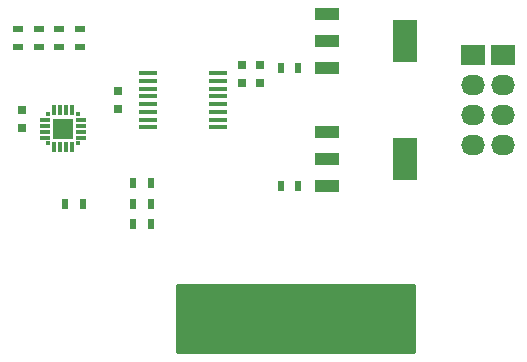
<source format=gbr>
G04 #@! TF.FileFunction,Soldermask,Top*
%FSLAX46Y46*%
G04 Gerber Fmt 4.6, Leading zero omitted, Abs format (unit mm)*
G04 Created by KiCad (PCBNEW 4.0.2+e4-6225~38~ubuntu14.04.1-stable) date Sat 23 Jul 2016 00:45:22 PDT*
%MOMM*%
G01*
G04 APERTURE LIST*
%ADD10C,0.100000*%
%ADD11R,0.650240X3.599180*%
%ADD12R,0.650240X4.599940*%
%ADD13O,0.650240X0.650240*%
%ADD14R,2.032000X3.657600*%
%ADD15R,2.032000X1.016000*%
%ADD16R,0.500000X0.900000*%
%ADD17R,0.900000X0.500000*%
%ADD18R,1.500000X0.450000*%
%ADD19R,0.750000X0.800000*%
%ADD20R,0.800000X0.750000*%
%ADD21R,2.032000X1.727200*%
%ADD22O,2.032000X1.727200*%
%ADD23R,0.350000X0.350000*%
%ADD24R,0.900000X0.300000*%
%ADD25R,0.300000X0.900000*%
%ADD26R,1.800000X1.800000*%
%ADD27C,0.600000*%
%ADD28C,0.254000*%
G04 APERTURE END LIST*
D10*
D11*
X159499600Y-99499620D03*
D12*
X158498840Y-100000000D03*
X157500620Y-100000000D03*
X156499860Y-100000000D03*
X155499100Y-100000000D03*
X154500880Y-100000000D03*
X153500120Y-100000000D03*
X152499360Y-100000000D03*
X151501140Y-100000000D03*
X150500380Y-100000000D03*
X149499620Y-100000000D03*
X144500900Y-100000000D03*
X143500140Y-100000000D03*
X142499380Y-100000000D03*
X141501160Y-100000000D03*
X140500400Y-100000000D03*
X146499880Y-100000000D03*
X145499120Y-100000000D03*
D13*
X156499860Y-102301240D03*
X155499100Y-102301240D03*
X154500880Y-102301240D03*
X153500120Y-102301240D03*
X152499360Y-102301240D03*
X151501140Y-102301240D03*
X150500380Y-102301240D03*
X144500900Y-102301240D03*
X143500140Y-102301240D03*
X157500620Y-102301240D03*
X145499120Y-102301240D03*
X142499380Y-102301240D03*
X149499620Y-102301240D03*
X146499880Y-102301240D03*
X141501160Y-102301240D03*
X140500400Y-102301240D03*
X158498840Y-102301240D03*
D14*
X159302000Y-87000000D03*
D15*
X152698000Y-87000000D03*
X152698000Y-89286000D03*
X152698000Y-84714000D03*
D14*
X159302000Y-77000000D03*
D15*
X152698000Y-77000000D03*
X152698000Y-79286000D03*
X152698000Y-74714000D03*
D16*
X136250000Y-92500000D03*
X137750000Y-92500000D03*
X136250000Y-90750000D03*
X137750000Y-90750000D03*
X136250000Y-89000000D03*
X137750000Y-89000000D03*
X132000000Y-90750000D03*
X130500000Y-90750000D03*
D17*
X126500000Y-76000000D03*
X126500000Y-77500000D03*
X128250000Y-76000000D03*
X128250000Y-77500000D03*
X130000000Y-76000000D03*
X130000000Y-77500000D03*
X131750000Y-76000000D03*
X131750000Y-77500000D03*
D18*
X137550000Y-79725000D03*
X137550000Y-80375000D03*
X137550000Y-81025000D03*
X137550000Y-81675000D03*
X137550000Y-82325000D03*
X137550000Y-82975000D03*
X137550000Y-83625000D03*
X137550000Y-84275000D03*
X143450000Y-84275000D03*
X143450000Y-83625000D03*
X143450000Y-82975000D03*
X143450000Y-82325000D03*
X143450000Y-81675000D03*
X143450000Y-81025000D03*
X143450000Y-80375000D03*
X143450000Y-79725000D03*
D19*
X135000000Y-81250000D03*
X135000000Y-82750000D03*
X126875000Y-84350000D03*
X126875000Y-82850000D03*
D20*
X145500000Y-79000000D03*
X147000000Y-79000000D03*
X145500000Y-80500000D03*
X147000000Y-80500000D03*
D16*
X150250000Y-89250000D03*
X148750000Y-89250000D03*
X150250000Y-79250000D03*
X148750000Y-79250000D03*
D21*
X167540000Y-78190000D03*
D22*
X167540000Y-80730000D03*
X167540000Y-83270000D03*
X167540000Y-85810000D03*
D21*
X165000000Y-78190000D03*
D22*
X165000000Y-80730000D03*
X165000000Y-83270000D03*
X165000000Y-85810000D03*
D23*
X129075000Y-83150000D03*
D24*
X128775000Y-83650000D03*
X128775000Y-84150000D03*
X128775000Y-84650000D03*
X128775000Y-85150000D03*
D23*
X129075000Y-85650000D03*
D25*
X129575000Y-85950000D03*
X130075000Y-85950000D03*
X130575000Y-85950000D03*
X131075000Y-85950000D03*
D23*
X131575000Y-85650000D03*
D24*
X131875000Y-85150000D03*
X131875000Y-84650000D03*
X131875000Y-84150000D03*
X131875000Y-83650000D03*
D23*
X131575000Y-83150000D03*
D25*
X131075000Y-82850000D03*
X130575000Y-82850000D03*
X130075000Y-82850000D03*
X129575000Y-82850000D03*
D26*
X130325000Y-84400000D03*
D27*
X129825000Y-83900000D03*
X130825000Y-84900000D03*
D28*
G36*
X160023000Y-103298000D02*
X139977000Y-103298000D01*
X139977000Y-97602000D01*
X160023000Y-97602000D01*
X160023000Y-103298000D01*
X160023000Y-103298000D01*
G37*
X160023000Y-103298000D02*
X139977000Y-103298000D01*
X139977000Y-97602000D01*
X160023000Y-97602000D01*
X160023000Y-103298000D01*
M02*

</source>
